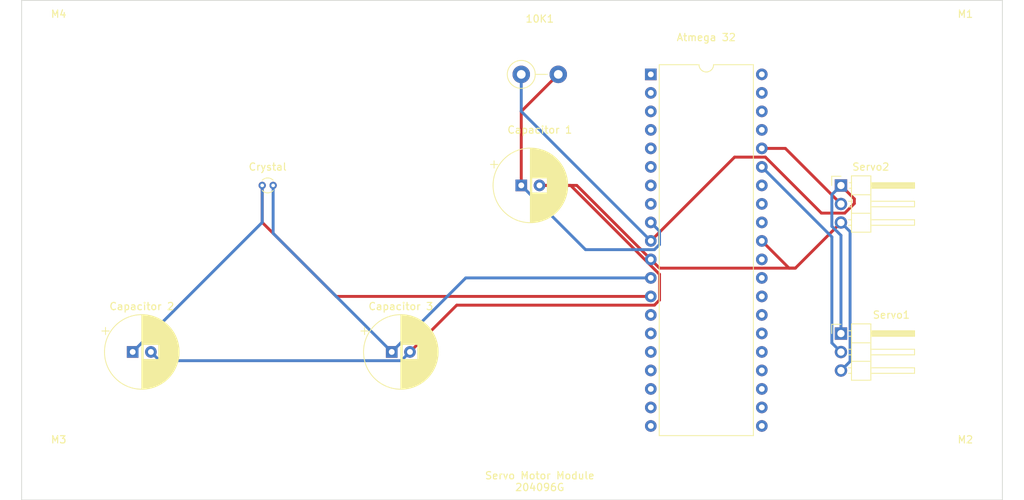
<source format=kicad_pcb>
(kicad_pcb (version 20211014) (generator pcbnew)
  (layers (0 "F.Cu" signal) (31 "B.Cu" signal) (34 "B.Paste" user) (35 "F.Paste" user) (36 "B.SilkS" user "B.Silkscreen") (37 "F.SilkS" user "F.Silkscreen") (38 "B.Mask" user) (39 "F.Mask" user) (44 "Edge.Cuts" user))
  (net 0 "")
  (net 1 "+5V")
  (net 2 "Net-(10K1-Pad2)")
  (net 11 "Earth")
  (net 12 "Net-(22pF2-Pad1)")
  (net 13 "Net-(22pF1-Pad1)")
  (net 34 "Net-(U1-Pad35)")
  (net 35 "Net-(U1-Pad36)")
  (footprint "Package_DIP:DIP-40_W15.24mm" (layer "F.Cu") (at 121.92 60.96)
    (fp_text reference "Atmega 32" (at 7.62 -5.08) (layer "F.SilkS"))
    (fp_text value "ATmega32A-P")
    (pad "1" thru_hole rect (at 0 0) (size 1.6 1.6) (drill 0.8) (layers *.Cu *.Mask))
    (pad "2" thru_hole oval (at 0 2.54) (size 1.6 1.6) (drill 0.8) (layers *.Cu *.Mask))
    (pad "3" thru_hole oval (at 0 5.08) (size 1.6 1.6) (drill 0.8) (layers *.Cu *.Mask))
    (pad "4" thru_hole oval (at 0 7.62) (size 1.6 1.6) (drill 0.8) (layers *.Cu *.Mask))
    (pad "5" thru_hole oval (at 0 10.16) (size 1.6 1.6) (drill 0.8) (layers *.Cu *.Mask))
    (pad "6" thru_hole oval (at 0 12.7) (size 1.6 1.6) (drill 0.8) (layers *.Cu *.Mask))
    (pad "7" thru_hole oval (at 0 15.24) (size 1.6 1.6) (drill 0.8) (layers *.Cu *.Mask))
    (pad "8" thru_hole oval (at 0 17.78) (size 1.6 1.6) (drill 0.8) (layers *.Cu *.Mask))
    (pad "9" thru_hole oval (at 0 20.32) (size 1.6 1.6) (drill 0.8) (layers *.Cu *.Mask) (net 2 "Net-(10K1-Pad2)"))
    (pad "10" thru_hole oval (at 0 22.86) (size 1.6 1.6) (drill 0.8) (layers *.Cu *.Mask) (net 1 "+5V"))
    (pad "11" thru_hole oval (at 0 25.4) (size 1.6 1.6) (drill 0.8) (layers *.Cu *.Mask) (net 11 "Earth"))
    (pad "12" thru_hole oval (at 0 27.94) (size 1.6 1.6) (drill 0.8) (layers *.Cu *.Mask) (net 12 "Net-(22pF2-Pad1)"))
    (pad "13" thru_hole oval (at 0 30.48) (size 1.6 1.6) (drill 0.8) (layers *.Cu *.Mask) (net 13 "Net-(22pF1-Pad1)"))
    (pad "14" thru_hole oval (at 0 33.02) (size 1.6 1.6) (drill 0.8) (layers *.Cu *.Mask))
    (pad "15" thru_hole oval (at 0 35.56) (size 1.6 1.6) (drill 0.8) (layers *.Cu *.Mask))
    (pad "16" thru_hole oval (at 0 38.1) (size 1.6 1.6) (drill 0.8) (layers *.Cu *.Mask))
    (pad "17" thru_hole oval (at 0 40.64) (size 1.6 1.6) (drill 0.8) (layers *.Cu *.Mask))
    (pad "18" thru_hole oval (at 0 43.18) (size 1.6 1.6) (drill 0.8) (layers *.Cu *.Mask))
    (pad "19" thru_hole oval (at 0 45.72) (size 1.6 1.6) (drill 0.8) (layers *.Cu *.Mask))
    (pad "20" thru_hole oval (at 0 48.26) (size 1.6 1.6) (drill 0.8) (layers *.Cu *.Mask))
    (pad "21" thru_hole oval (at 15.24 48.26) (size 1.6 1.6) (drill 0.8) (layers *.Cu *.Mask))
    (pad "22" thru_hole oval (at 15.24 45.72) (size 1.6 1.6) (drill 0.8) (layers *.Cu *.Mask))
    (pad "23" thru_hole oval (at 15.24 43.18) (size 1.6 1.6) (drill 0.8) (layers *.Cu *.Mask))
    (pad "24" thru_hole oval (at 15.24 40.64) (size 1.6 1.6) (drill 0.8) (layers *.Cu *.Mask))
    (pad "25" thru_hole oval (at 15.24 38.1) (size 1.6 1.6) (drill 0.8) (layers *.Cu *.Mask))
    (pad "26" thru_hole oval (at 15.24 35.56) (size 1.6 1.6) (drill 0.8) (layers *.Cu *.Mask))
    (pad "27" thru_hole oval (at 15.24 33.02) (size 1.6 1.6) (drill 0.8) (layers *.Cu *.Mask))
    (pad "28" thru_hole oval (at 15.24 30.48) (size 1.6 1.6) (drill 0.8) (layers *.Cu *.Mask))
    (pad "29" thru_hole oval (at 15.24 27.94) (size 1.6 1.6) (drill 0.8) (layers *.Cu *.Mask))
    (pad "30" thru_hole oval (at 15.24 25.4) (size 1.6 1.6) (drill 0.8) (layers *.Cu *.Mask))
    (pad "31" thru_hole oval (at 15.24 22.86) (size 1.6 1.6) (drill 0.8) (layers *.Cu *.Mask) (net 11 "Earth"))
    (pad "32" thru_hole oval (at 15.24 20.32) (size 1.6 1.6) (drill 0.8) (layers *.Cu *.Mask))
    (pad "33" thru_hole oval (at 15.24 17.78) (size 1.6 1.6) (drill 0.8) (layers *.Cu *.Mask))
    (pad "34" thru_hole oval (at 15.24 15.24) (size 1.6 1.6) (drill 0.8) (layers *.Cu *.Mask))
    (pad "35" thru_hole oval (at 15.24 12.7) (size 1.6 1.6) (drill 0.8) (layers *.Cu *.Mask) (net 34 "Net-(U1-Pad35)"))
    (pad "36" thru_hole oval (at 15.24 10.16) (size 1.6 1.6) (drill 0.8) (layers *.Cu *.Mask) (net 35 "Net-(U1-Pad36)"))
    (pad "37" thru_hole oval (at 15.24 7.62) (size 1.6 1.6) (drill 0.8) (layers *.Cu *.Mask))
    (pad "38" thru_hole oval (at 15.24 5.08) (size 1.6 1.6) (drill 0.8) (layers *.Cu *.Mask))
    (pad "39" thru_hole oval (at 15.24 2.54) (size 1.6 1.6) (drill 0.8) (layers *.Cu *.Mask))
    (pad "40" thru_hole oval (at 15.24 0) (size 1.6 1.6) (drill 0.8) (layers *.Cu *.Mask))
  )
  (footprint "Connector_PinHeader_2.54mm:PinHeader_1x03_P2.54mm_Horizontal" (layer "F.Cu") (at 148.025 96.535)
    (fp_text reference "Servo1" (at 6.915 -2.555) (layer "F.SilkS"))
    (fp_text value "Conn_01x03")
    (pad "1" thru_hole rect (at 0 0) (size 1.7 1.7) (drill 1) (layers *.Cu *.Mask) (net 1 "+5V"))
    (pad "2" thru_hole oval (at 0 2.54) (size 1.7 1.7) (drill 1) (layers *.Cu *.Mask) (net 34 "Net-(U1-Pad35)"))
    (pad "3" thru_hole oval (at 0 5.08) (size 1.7 1.7) (drill 1) (layers *.Cu *.Mask) (net 11 "Earth"))
  )
  (footprint "Capacitor_THT:CP_Radial_D10.0mm_P2.50mm" (layer "F.Cu") (at 50.8 99.06)
    (fp_text reference "Capacitor 2" (at 1.25 -6.25) (layer "F.SilkS"))
    (fp_text value "22pF")
    (pad "1" thru_hole rect (at 0 0) (size 1.6 1.6) (drill 0.8) (layers *.Cu *.Mask) (net 13 "Net-(22pF1-Pad1)"))
    (pad "2" thru_hole circle (at 2.5 0) (size 1.6 1.6) (drill 0.8) (layers *.Cu *.Mask) (net 11 "Earth"))
  )
  (footprint "Capacitor_THT:CP_Radial_D10.0mm_P2.50mm" (layer "F.Cu") (at 104.14 76.2)
    (fp_text reference "Capacitor 1" (at 2.54 -7.62) (layer "F.SilkS"))
    (fp_text value "1uF")
    (pad "1" thru_hole rect (at 0 0) (size 1.6 1.6) (drill 0.8) (layers *.Cu *.Mask) (net 2 "Net-(10K1-Pad2)"))
    (pad "2" thru_hole circle (at 2.5 0) (size 1.6 1.6) (drill 0.8) (layers *.Cu *.Mask) (net 11 "Earth"))
  )
  (footprint "MountingHole:MountingHole_2.1mm" (layer "F.Cu") (at 165.1 114.3)
    (fp_text reference "M2" (at 0 -3.2) (layer "F.SilkS"))
    (fp_text value "MountingHole_2.1mm")
    (pad "" np_thru_hole circle (at 0 0) (size 2.1 2.1) (drill 2.1) (layers *.Cu *.Mask))
  )
  (footprint "Capacitor_THT:CP_Radial_D10.0mm_P2.50mm" (layer "F.Cu") (at 86.36 99.06)
    (fp_text reference "Capacitor 3" (at 1.25 -6.25) (layer "F.SilkS"))
    (fp_text value "22pF")
    (pad "1" thru_hole rect (at 0 0) (size 1.6 1.6) (drill 0.8) (layers *.Cu *.Mask) (net 12 "Net-(22pF2-Pad1)"))
    (pad "2" thru_hole circle (at 2.5 0) (size 1.6 1.6) (drill 0.8) (layers *.Cu *.Mask) (net 11 "Earth"))
  )
  (footprint "MountingHole:MountingHole_2.1mm" (layer "F.Cu") (at 40.64 55.88)
    (fp_text reference "M4" (at 0 -3.2) (layer "F.SilkS"))
    (fp_text value "MountingHole_2.1mm")
    (pad "" np_thru_hole circle (at 0 0) (size 2.1 2.1) (drill 2.1) (layers *.Cu *.Mask))
  )
  (footprint "Connector_PinHeader_2.54mm:PinHeader_1x03_P2.54mm_Horizontal" (layer "F.Cu") (at 148.025 76.215)
    (fp_text reference "Servo2" (at 4.1 -2.555) (layer "F.SilkS"))
    (fp_text value "Conn_01x03")
    (pad "1" thru_hole rect (at 0 0) (size 1.7 1.7) (drill 1) (layers *.Cu *.Mask) (net 1 "+5V"))
    (pad "2" thru_hole oval (at 0 2.54) (size 1.7 1.7) (drill 1) (layers *.Cu *.Mask) (net 35 "Net-(U1-Pad36)"))
    (pad "3" thru_hole oval (at 0 5.08) (size 1.7 1.7) (drill 1) (layers *.Cu *.Mask) (net 11 "Earth"))
  )
  (footprint "Resistor_THT:R_Axial_DIN0411_L9.9mm_D3.6mm_P5.08mm_Vertical" (layer "F.Cu") (at 104.14 60.96)
    (fp_text reference "10K1" (at 2.54 -7.62) (layer "F.SilkS"))
    (fp_text value "Resistor")
    (pad "1" thru_hole circle (at 0 0) (size 2.4 2.4) (drill 1.2) (layers *.Cu *.Mask) (net 1 "+5V"))
    (pad "2" thru_hole oval (at 5.08 0) (size 2.4 2.4) (drill 1.2) (layers *.Cu *.Mask) (net 2 "Net-(10K1-Pad2)"))
  )
  (footprint "MountingHole:MountingHole_2.1mm" (layer "F.Cu") (at 40.64 114.3)
    (fp_text reference "M3" (at 0 -3.2) (layer "F.SilkS"))
    (fp_text value "MountingHole_2.1mm")
    (pad "" np_thru_hole circle (at 0 0) (size 2.1 2.1) (drill 2.1) (layers *.Cu *.Mask))
  )
  (footprint "Crystal:Crystal_DS10_D1.0mm_L4.3mm_Vertical" (layer "F.Cu") (at 68.58 76.2)
    (fp_text reference "Crystal" (at 0.749553 -2.54) (layer "F.SilkS"))
    (fp_text value "Y1")
    (pad "1" thru_hole circle (at 0 0) (size 1 1) (drill 0.5) (layers *.Cu *.Mask) (net 13 "Net-(22pF1-Pad1)"))
    (pad "2" thru_hole circle (at 1.5 0) (size 1 1) (drill 0.5) (layers *.Cu *.Mask) (net 12 "Net-(22pF2-Pad1)"))
  )
  (footprint "MountingHole:MountingHole_2.1mm" (layer "F.Cu") (at 165.1 55.88)
    (fp_text reference "M1" (at 0 -3.2) (layer "F.SilkS"))
    (fp_text value "MountingHole_2.1mm")
    (pad "" np_thru_hole circle (at 0 0) (size 2.1 2.1) (drill 2.1) (layers *.Cu *.Mask))
  )
  (gr_line (start 35.56 119.38) (end 35.56 50.8) (layer "Edge.Cuts") (width 0.1))
  (gr_line (start 170.18 50.8) (end 170.18 119.38) (layer "Edge.Cuts") (width 0.1))
  (gr_line (start 35.56 50.8) (end 170.18 50.8) (layer "Edge.Cuts") (width 0.1))
  (gr_line (start 170.18 119.38) (end 35.56 119.38) (layer "Edge.Cuts") (width 0.1))
  (gr_text "Servo Motor Module\n204096G" (at 106.68 116.84) (layer "F.SilkS") (effects (font (size 1 1))))
  (segment (start 145.341855 80.004511) (end 148.542565 80.004511) (width 0.4) (layer "F.Cu") (net 1))
  (segment (start 149.86 78.687076) (end 149.86 78.05) (width 0.4) (layer "F.Cu") (net 1))
  (segment (start 133.420489 72.319511) (end 137.656855 72.319511) (width 0.4) (layer "F.Cu") (net 1))
  (segment (start 149.86 78.05) (end 148.025 76.215) (width 0.4) (layer "F.Cu") (net 1))
  (segment (start 137.656855 72.319511) (end 145.341855 80.004511) (width 0.4) (layer "F.Cu") (net 1))
  (segment (start 121.92 83.82) (end 133.420489 72.319511) (width 0.4) (layer "F.Cu") (net 1))
  (segment (start 148.542565 80.004511) (end 149.86 78.687076) (width 0.4) (layer "F.Cu") (net 1))
  (segment (start 146.775489 77.464511) (end 148.025 76.215) (width 0.4) (layer "B.Cu") (net 1))
  (segment (start 148.025 96.535) (end 148.025 83.062076) (width 0.4) (layer "B.Cu") (net 1))
  (segment (start 146.775489 81.812565) (end 146.775489 77.464511) (width 0.4) (layer "B.Cu") (net 1))
  (segment (start 104.14 66.04) (end 121.92 83.82) (width 0.4) (layer "B.Cu") (net 1))
  (segment (start 148.025 83.062076) (end 146.775489 81.812565) (width 0.4) (layer "B.Cu") (net 1))
  (segment (start 104.14 60.96) (end 104.14 66.04) (width 0.4) (layer "B.Cu") (net 1))
  (segment (start 109.22 60.96) (end 104.14 66.04) (width 0.4) (layer "F.Cu") (net 2))
  (segment (start 104.14 66.04) (end 104.14 76.2) (width 0.4) (layer "F.Cu") (net 2))
  (segment (start 122.416855 85.019511) (end 123.119511 84.316855) (width 0.4) (layer "B.Cu") (net 2))
  (segment (start 112.959511 85.019511) (end 122.416855 85.019511) (width 0.4) (layer "B.Cu") (net 2))
  (segment (start 123.119511 82.479511) (end 121.92 81.28) (width 0.4) (layer "B.Cu") (net 2))
  (segment (start 123.119511 84.316855) (end 123.119511 82.479511) (width 0.4) (layer "B.Cu") (net 2))
  (segment (start 104.14 76.2) (end 112.959511 85.019511) (width 0.4) (layer "B.Cu") (net 2))
  (segment (start 123.119511 87.559511) (end 141.760489 87.559511) (width 0.4) (layer "F.Cu") (net 11))
  (segment (start 88.86 99.06) (end 95.280489 92.639511) (width 0.4) (layer "F.Cu") (net 11))
  (segment (start 106.64 76.2) (end 111.76 76.2) (width 0.4) (layer "F.Cu") (net 11))
  (segment (start 111.76 76.2) (end 121.92 86.36) (width 0.4) (layer "F.Cu") (net 11))
  (segment (start 141.760489 87.559511) (end 140.899511 87.559511) (width 0.4) (layer "F.Cu") (net 11))
  (segment (start 141.760489 87.559511) (end 148.025 81.295) (width 0.4) (layer "F.Cu") (net 11))
  (segment (start 95.280489 92.639511) (end 122.416855 92.639511) (width 0.4) (layer "F.Cu") (net 11))
  (segment (start 123.119511 91.936855) (end 123.119511 88.403145) (width 0.4) (layer "F.Cu") (net 11))
  (segment (start 123.119511 88.403145) (end 110.916366 76.2) (width 0.4) (layer "F.Cu") (net 11))
  (segment (start 122.416855 92.639511) (end 123.119511 91.936855) (width 0.4) (layer "F.Cu") (net 11))
  (segment (start 140.899511 87.559511) (end 137.16 83.82) (width 0.4) (layer "F.Cu") (net 11))
  (segment (start 110.916366 76.2) (end 106.64 76.2) (width 0.4) (layer "F.Cu") (net 11))
  (segment (start 121.92 86.36) (end 123.119511 87.559511) (width 0.4) (layer "F.Cu") (net 11))
  (segment (start 149.274511 82.544511) (end 149.274511 100.365489) (width 0.4) (layer "B.Cu") (net 11))
  (segment (start 87.660489 100.259511) (end 88.86 99.06) (width 0.4) (layer "B.Cu") (net 11))
  (segment (start 53.3 99.06) (end 54.499511 100.259511) (width 0.4) (layer "B.Cu") (net 11))
  (segment (start 54.499511 100.259511) (end 87.660489 100.259511) (width 0.4) (layer "B.Cu") (net 11))
  (segment (start 148.025 81.295) (end 149.274511 82.544511) (width 0.4) (layer "B.Cu") (net 11))
  (segment (start 149.274511 100.365489) (end 148.025 101.615) (width 0.4) (layer "B.Cu") (net 11))
  (segment (start 96.52 88.9) (end 121.92 88.9) (width 0.4) (layer "B.Cu") (net 12))
  (segment (start 86.36 99.06) (end 96.52 88.9) (width 0.4) (layer "B.Cu") (net 12))
  (segment (start 70.08 82.78) (end 86.36 99.06) (width 0.4) (layer "B.Cu") (net 12))
  (segment (start 70.08 76.2) (end 70.08 82.78) (width 0.4) (layer "B.Cu") (net 12))
  (segment (start 78.74 91.44) (end 68.58 81.28) (width 0.4) (layer "F.Cu") (net 13))
  (segment (start 121.92 91.44) (end 78.74 91.44) (width 0.4) (layer "F.Cu") (net 13))
  (segment (start 68.58 81.28) (end 68.58 76.2) (width 0.4) (layer "F.Cu") (net 13))
  (segment (start 68.58 81.28) (end 50.8 99.06) (width 0.4) (layer "B.Cu") (net 13))
  (segment (start 68.58 76.2) (end 68.58 81.28) (width 0.4) (layer "B.Cu") (net 13))
  (segment (start 137.16 73.66) (end 146.775489 83.275489) (width 0.4) (layer "B.Cu") (net 34))
  (segment (start 146.775489 83.275489) (end 146.775489 97.825489) (width 0.4) (layer "B.Cu") (net 34))
  (segment (start 146.775489 97.825489) (end 148.025 99.075) (width 0.4) (layer "B.Cu") (net 34))
  (segment (start 140.39 71.12) (end 148.025 78.755) (width 0.4) (layer "F.Cu") (net 35))
  (segment (start 137.16 71.12) (end 140.39 71.12) (width 0.4) (layer "F.Cu") (net 35))
)
</source>
